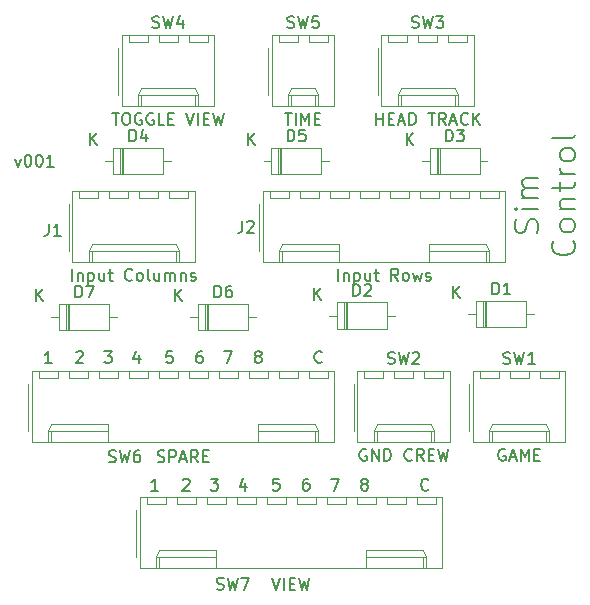
<source format=gbr>
G04 #@! TF.GenerationSoftware,KiCad,Pcbnew,(5.1.5-0-10_14)*
G04 #@! TF.CreationDate,2021-04-18T14:53:33+10:00*
G04 #@! TF.ProjectId,OH - Right Console - A - Sim Control,4f48202d-2052-4696-9768-7420436f6e73,rev?*
G04 #@! TF.SameCoordinates,Original*
G04 #@! TF.FileFunction,Legend,Top*
G04 #@! TF.FilePolarity,Positive*
%FSLAX46Y46*%
G04 Gerber Fmt 4.6, Leading zero omitted, Abs format (unit mm)*
G04 Created by KiCad (PCBNEW (5.1.5-0-10_14)) date 2021-04-18 14:53:33*
%MOMM*%
%LPD*%
G04 APERTURE LIST*
%ADD10C,0.150000*%
%ADD11C,0.120000*%
G04 APERTURE END LIST*
D10*
X154463761Y-118371952D02*
X154368523Y-118324333D01*
X154320904Y-118276714D01*
X154273285Y-118181476D01*
X154273285Y-118133857D01*
X154320904Y-118038619D01*
X154368523Y-117991000D01*
X154463761Y-117943380D01*
X154654238Y-117943380D01*
X154749476Y-117991000D01*
X154797095Y-118038619D01*
X154844714Y-118133857D01*
X154844714Y-118181476D01*
X154797095Y-118276714D01*
X154749476Y-118324333D01*
X154654238Y-118371952D01*
X154463761Y-118371952D01*
X154368523Y-118419571D01*
X154320904Y-118467190D01*
X154273285Y-118562428D01*
X154273285Y-118752904D01*
X154320904Y-118848142D01*
X154368523Y-118895761D01*
X154463761Y-118943380D01*
X154654238Y-118943380D01*
X154749476Y-118895761D01*
X154797095Y-118848142D01*
X154844714Y-118752904D01*
X154844714Y-118562428D01*
X154797095Y-118467190D01*
X154749476Y-118419571D01*
X154654238Y-118371952D01*
X141525666Y-117943380D02*
X142144714Y-117943380D01*
X141811380Y-118324333D01*
X141954238Y-118324333D01*
X142049476Y-118371952D01*
X142097095Y-118419571D01*
X142144714Y-118514809D01*
X142144714Y-118752904D01*
X142097095Y-118848142D01*
X142049476Y-118895761D01*
X141954238Y-118943380D01*
X141668523Y-118943380D01*
X141573285Y-118895761D01*
X141525666Y-118848142D01*
X147304095Y-117943380D02*
X146827904Y-117943380D01*
X146780285Y-118419571D01*
X146827904Y-118371952D01*
X146923142Y-118324333D01*
X147161238Y-118324333D01*
X147256476Y-118371952D01*
X147304095Y-118419571D01*
X147351714Y-118514809D01*
X147351714Y-118752904D01*
X147304095Y-118848142D01*
X147256476Y-118895761D01*
X147161238Y-118943380D01*
X146923142Y-118943380D01*
X146827904Y-118895761D01*
X146780285Y-118848142D01*
X149796476Y-117943380D02*
X149606000Y-117943380D01*
X149510761Y-117991000D01*
X149463142Y-118038619D01*
X149367904Y-118181476D01*
X149320285Y-118371952D01*
X149320285Y-118752904D01*
X149367904Y-118848142D01*
X149415523Y-118895761D01*
X149510761Y-118943380D01*
X149701238Y-118943380D01*
X149796476Y-118895761D01*
X149844095Y-118848142D01*
X149891714Y-118752904D01*
X149891714Y-118514809D01*
X149844095Y-118419571D01*
X149796476Y-118371952D01*
X149701238Y-118324333D01*
X149510761Y-118324333D01*
X149415523Y-118371952D01*
X149367904Y-118419571D01*
X149320285Y-118514809D01*
X144462476Y-118276714D02*
X144462476Y-118943380D01*
X144224380Y-117895761D02*
X143986285Y-118610047D01*
X144605333Y-118610047D01*
X139160285Y-118038619D02*
X139207904Y-117991000D01*
X139303142Y-117943380D01*
X139541238Y-117943380D01*
X139636476Y-117991000D01*
X139684095Y-118038619D01*
X139731714Y-118133857D01*
X139731714Y-118229095D01*
X139684095Y-118371952D01*
X139112666Y-118943380D01*
X139731714Y-118943380D01*
X159948523Y-118848142D02*
X159900904Y-118895761D01*
X159758047Y-118943380D01*
X159662809Y-118943380D01*
X159519952Y-118895761D01*
X159424714Y-118800523D01*
X159377095Y-118705285D01*
X159329476Y-118514809D01*
X159329476Y-118371952D01*
X159377095Y-118181476D01*
X159424714Y-118086238D01*
X159519952Y-117991000D01*
X159662809Y-117943380D01*
X159758047Y-117943380D01*
X159900904Y-117991000D01*
X159948523Y-118038619D01*
X137064714Y-118943380D02*
X136493285Y-118943380D01*
X136779000Y-118943380D02*
X136779000Y-117943380D01*
X136683761Y-118086238D01*
X136588523Y-118181476D01*
X136493285Y-118229095D01*
X151685666Y-117943380D02*
X152352333Y-117943380D01*
X151923761Y-118943380D01*
X168965523Y-129643142D02*
X168917904Y-129690761D01*
X168775047Y-129738380D01*
X168679809Y-129738380D01*
X168536952Y-129690761D01*
X168441714Y-129595523D01*
X168394095Y-129500285D01*
X168346476Y-129309809D01*
X168346476Y-129166952D01*
X168394095Y-128976476D01*
X168441714Y-128881238D01*
X168536952Y-128786000D01*
X168679809Y-128738380D01*
X168775047Y-128738380D01*
X168917904Y-128786000D01*
X168965523Y-128833619D01*
X163480761Y-129166952D02*
X163385523Y-129119333D01*
X163337904Y-129071714D01*
X163290285Y-128976476D01*
X163290285Y-128928857D01*
X163337904Y-128833619D01*
X163385523Y-128786000D01*
X163480761Y-128738380D01*
X163671238Y-128738380D01*
X163766476Y-128786000D01*
X163814095Y-128833619D01*
X163861714Y-128928857D01*
X163861714Y-128976476D01*
X163814095Y-129071714D01*
X163766476Y-129119333D01*
X163671238Y-129166952D01*
X163480761Y-129166952D01*
X163385523Y-129214571D01*
X163337904Y-129262190D01*
X163290285Y-129357428D01*
X163290285Y-129547904D01*
X163337904Y-129643142D01*
X163385523Y-129690761D01*
X163480761Y-129738380D01*
X163671238Y-129738380D01*
X163766476Y-129690761D01*
X163814095Y-129643142D01*
X163861714Y-129547904D01*
X163861714Y-129357428D01*
X163814095Y-129262190D01*
X163766476Y-129214571D01*
X163671238Y-129166952D01*
X160702666Y-128738380D02*
X161369333Y-128738380D01*
X160940761Y-129738380D01*
X158813476Y-128738380D02*
X158623000Y-128738380D01*
X158527761Y-128786000D01*
X158480142Y-128833619D01*
X158384904Y-128976476D01*
X158337285Y-129166952D01*
X158337285Y-129547904D01*
X158384904Y-129643142D01*
X158432523Y-129690761D01*
X158527761Y-129738380D01*
X158718238Y-129738380D01*
X158813476Y-129690761D01*
X158861095Y-129643142D01*
X158908714Y-129547904D01*
X158908714Y-129309809D01*
X158861095Y-129214571D01*
X158813476Y-129166952D01*
X158718238Y-129119333D01*
X158527761Y-129119333D01*
X158432523Y-129166952D01*
X158384904Y-129214571D01*
X158337285Y-129309809D01*
X156321095Y-128738380D02*
X155844904Y-128738380D01*
X155797285Y-129214571D01*
X155844904Y-129166952D01*
X155940142Y-129119333D01*
X156178238Y-129119333D01*
X156273476Y-129166952D01*
X156321095Y-129214571D01*
X156368714Y-129309809D01*
X156368714Y-129547904D01*
X156321095Y-129643142D01*
X156273476Y-129690761D01*
X156178238Y-129738380D01*
X155940142Y-129738380D01*
X155844904Y-129690761D01*
X155797285Y-129643142D01*
X153479476Y-129071714D02*
X153479476Y-129738380D01*
X153241380Y-128690761D02*
X153003285Y-129405047D01*
X153622333Y-129405047D01*
X150542666Y-128738380D02*
X151161714Y-128738380D01*
X150828380Y-129119333D01*
X150971238Y-129119333D01*
X151066476Y-129166952D01*
X151114095Y-129214571D01*
X151161714Y-129309809D01*
X151161714Y-129547904D01*
X151114095Y-129643142D01*
X151066476Y-129690761D01*
X150971238Y-129738380D01*
X150685523Y-129738380D01*
X150590285Y-129690761D01*
X150542666Y-129643142D01*
X148177285Y-128833619D02*
X148224904Y-128786000D01*
X148320142Y-128738380D01*
X148558238Y-128738380D01*
X148653476Y-128786000D01*
X148701095Y-128833619D01*
X148748714Y-128928857D01*
X148748714Y-129024095D01*
X148701095Y-129166952D01*
X148129666Y-129738380D01*
X148748714Y-129738380D01*
X146081714Y-129738380D02*
X145510285Y-129738380D01*
X145796000Y-129738380D02*
X145796000Y-128738380D01*
X145700761Y-128881238D01*
X145605523Y-128976476D01*
X145510285Y-129024095D01*
X133969333Y-101639714D02*
X134207428Y-102306380D01*
X134445523Y-101639714D01*
X135016952Y-101306380D02*
X135112190Y-101306380D01*
X135207428Y-101354000D01*
X135255047Y-101401619D01*
X135302666Y-101496857D01*
X135350285Y-101687333D01*
X135350285Y-101925428D01*
X135302666Y-102115904D01*
X135255047Y-102211142D01*
X135207428Y-102258761D01*
X135112190Y-102306380D01*
X135016952Y-102306380D01*
X134921714Y-102258761D01*
X134874095Y-102211142D01*
X134826476Y-102115904D01*
X134778857Y-101925428D01*
X134778857Y-101687333D01*
X134826476Y-101496857D01*
X134874095Y-101401619D01*
X134921714Y-101354000D01*
X135016952Y-101306380D01*
X135969333Y-101306380D02*
X136064571Y-101306380D01*
X136159809Y-101354000D01*
X136207428Y-101401619D01*
X136255047Y-101496857D01*
X136302666Y-101687333D01*
X136302666Y-101925428D01*
X136255047Y-102115904D01*
X136207428Y-102211142D01*
X136159809Y-102258761D01*
X136064571Y-102306380D01*
X135969333Y-102306380D01*
X135874095Y-102258761D01*
X135826476Y-102211142D01*
X135778857Y-102115904D01*
X135731238Y-101925428D01*
X135731238Y-101687333D01*
X135778857Y-101496857D01*
X135826476Y-101401619D01*
X135874095Y-101354000D01*
X135969333Y-101306380D01*
X137255047Y-102306380D02*
X136683619Y-102306380D01*
X136969333Y-102306380D02*
X136969333Y-101306380D01*
X136874095Y-101449238D01*
X136778857Y-101544476D01*
X136683619Y-101592095D01*
X178177523Y-107917857D02*
X178272761Y-107632142D01*
X178272761Y-107155952D01*
X178177523Y-106965476D01*
X178082285Y-106870238D01*
X177891809Y-106775000D01*
X177701333Y-106775000D01*
X177510857Y-106870238D01*
X177415619Y-106965476D01*
X177320380Y-107155952D01*
X177225142Y-107536904D01*
X177129904Y-107727380D01*
X177034666Y-107822619D01*
X176844190Y-107917857D01*
X176653714Y-107917857D01*
X176463238Y-107822619D01*
X176368000Y-107727380D01*
X176272761Y-107536904D01*
X176272761Y-107060714D01*
X176368000Y-106775000D01*
X178272761Y-105917857D02*
X176939428Y-105917857D01*
X176272761Y-105917857D02*
X176368000Y-106013095D01*
X176463238Y-105917857D01*
X176368000Y-105822619D01*
X176272761Y-105917857D01*
X176463238Y-105917857D01*
X178272761Y-104965476D02*
X176939428Y-104965476D01*
X177129904Y-104965476D02*
X177034666Y-104870238D01*
X176939428Y-104679761D01*
X176939428Y-104394047D01*
X177034666Y-104203571D01*
X177225142Y-104108333D01*
X178272761Y-104108333D01*
X177225142Y-104108333D02*
X177034666Y-104013095D01*
X176939428Y-103822619D01*
X176939428Y-103536904D01*
X177034666Y-103346428D01*
X177225142Y-103251190D01*
X178272761Y-103251190D01*
X181232285Y-108584523D02*
X181327523Y-108679761D01*
X181422761Y-108965476D01*
X181422761Y-109155952D01*
X181327523Y-109441666D01*
X181137047Y-109632142D01*
X180946571Y-109727380D01*
X180565619Y-109822619D01*
X180279904Y-109822619D01*
X179898952Y-109727380D01*
X179708476Y-109632142D01*
X179518000Y-109441666D01*
X179422761Y-109155952D01*
X179422761Y-108965476D01*
X179518000Y-108679761D01*
X179613238Y-108584523D01*
X181422761Y-107441666D02*
X181327523Y-107632142D01*
X181232285Y-107727380D01*
X181041809Y-107822619D01*
X180470380Y-107822619D01*
X180279904Y-107727380D01*
X180184666Y-107632142D01*
X180089428Y-107441666D01*
X180089428Y-107155952D01*
X180184666Y-106965476D01*
X180279904Y-106870238D01*
X180470380Y-106775000D01*
X181041809Y-106775000D01*
X181232285Y-106870238D01*
X181327523Y-106965476D01*
X181422761Y-107155952D01*
X181422761Y-107441666D01*
X180089428Y-105917857D02*
X181422761Y-105917857D01*
X180279904Y-105917857D02*
X180184666Y-105822619D01*
X180089428Y-105632142D01*
X180089428Y-105346428D01*
X180184666Y-105155952D01*
X180375142Y-105060714D01*
X181422761Y-105060714D01*
X180089428Y-104394047D02*
X180089428Y-103632142D01*
X179422761Y-104108333D02*
X181137047Y-104108333D01*
X181327523Y-104013095D01*
X181422761Y-103822619D01*
X181422761Y-103632142D01*
X181422761Y-102965476D02*
X180089428Y-102965476D01*
X180470380Y-102965476D02*
X180279904Y-102870238D01*
X180184666Y-102775000D01*
X180089428Y-102584523D01*
X180089428Y-102394047D01*
X181422761Y-101441666D02*
X181327523Y-101632142D01*
X181232285Y-101727380D01*
X181041809Y-101822619D01*
X180470380Y-101822619D01*
X180279904Y-101727380D01*
X180184666Y-101632142D01*
X180089428Y-101441666D01*
X180089428Y-101155952D01*
X180184666Y-100965476D01*
X180279904Y-100870238D01*
X180470380Y-100775000D01*
X181041809Y-100775000D01*
X181232285Y-100870238D01*
X181327523Y-100965476D01*
X181422761Y-101155952D01*
X181422761Y-101441666D01*
X181422761Y-99632142D02*
X181327523Y-99822619D01*
X181137047Y-99917857D01*
X179422761Y-99917857D01*
D11*
X169583000Y-130920000D02*
X169583000Y-130320000D01*
X167983000Y-130920000D02*
X169583000Y-130920000D01*
X167983000Y-130320000D02*
X167983000Y-130920000D01*
X167043000Y-130920000D02*
X167043000Y-130320000D01*
X165443000Y-130920000D02*
X167043000Y-130920000D01*
X165443000Y-130320000D02*
X165443000Y-130920000D01*
X164503000Y-130920000D02*
X164503000Y-130320000D01*
X162903000Y-130920000D02*
X164503000Y-130920000D01*
X162903000Y-130320000D02*
X162903000Y-130920000D01*
X161963000Y-130920000D02*
X161963000Y-130320000D01*
X160363000Y-130920000D02*
X161963000Y-130920000D01*
X160363000Y-130320000D02*
X160363000Y-130920000D01*
X159423000Y-130920000D02*
X159423000Y-130320000D01*
X157823000Y-130920000D02*
X159423000Y-130920000D01*
X157823000Y-130320000D02*
X157823000Y-130920000D01*
X156883000Y-130920000D02*
X156883000Y-130320000D01*
X155283000Y-130920000D02*
X156883000Y-130920000D01*
X155283000Y-130320000D02*
X155283000Y-130920000D01*
X154343000Y-130920000D02*
X154343000Y-130320000D01*
X152743000Y-130920000D02*
X154343000Y-130920000D01*
X152743000Y-130320000D02*
X152743000Y-130920000D01*
X151803000Y-130920000D02*
X151803000Y-130320000D01*
X150203000Y-130920000D02*
X151803000Y-130920000D01*
X150203000Y-130320000D02*
X150203000Y-130920000D01*
X149263000Y-130920000D02*
X149263000Y-130320000D01*
X147663000Y-130920000D02*
X149263000Y-130920000D01*
X147663000Y-130320000D02*
X147663000Y-130920000D01*
X146723000Y-130920000D02*
X146723000Y-130320000D01*
X145123000Y-130920000D02*
X146723000Y-130920000D01*
X145123000Y-130320000D02*
X145123000Y-130920000D01*
X168533000Y-136340000D02*
X168533000Y-135340000D01*
X163703000Y-134810000D02*
X163703000Y-135340000D01*
X168533000Y-134810000D02*
X163703000Y-134810000D01*
X168783000Y-135340000D02*
X168533000Y-134810000D01*
X163703000Y-135340000D02*
X163703000Y-136340000D01*
X168783000Y-135340000D02*
X163703000Y-135340000D01*
X168783000Y-136340000D02*
X168783000Y-135340000D01*
X146173000Y-136340000D02*
X146173000Y-135340000D01*
X151003000Y-134810000D02*
X151003000Y-135340000D01*
X146173000Y-134810000D02*
X151003000Y-134810000D01*
X145923000Y-135340000D02*
X146173000Y-134810000D01*
X151003000Y-135340000D02*
X151003000Y-136340000D01*
X145923000Y-135340000D02*
X151003000Y-135340000D01*
X145923000Y-136340000D02*
X145923000Y-135340000D01*
X144253000Y-131350000D02*
X144253000Y-135350000D01*
X170163000Y-130320000D02*
X144543000Y-130320000D01*
X170163000Y-136340000D02*
X170163000Y-130320000D01*
X144543000Y-136340000D02*
X170163000Y-136340000D01*
X144543000Y-130320000D02*
X144543000Y-136340000D01*
X160439000Y-120252000D02*
X160439000Y-119652000D01*
X158839000Y-120252000D02*
X160439000Y-120252000D01*
X158839000Y-119652000D02*
X158839000Y-120252000D01*
X157899000Y-120252000D02*
X157899000Y-119652000D01*
X156299000Y-120252000D02*
X157899000Y-120252000D01*
X156299000Y-119652000D02*
X156299000Y-120252000D01*
X155359000Y-120252000D02*
X155359000Y-119652000D01*
X153759000Y-120252000D02*
X155359000Y-120252000D01*
X153759000Y-119652000D02*
X153759000Y-120252000D01*
X152819000Y-120252000D02*
X152819000Y-119652000D01*
X151219000Y-120252000D02*
X152819000Y-120252000D01*
X151219000Y-119652000D02*
X151219000Y-120252000D01*
X150279000Y-120252000D02*
X150279000Y-119652000D01*
X148679000Y-120252000D02*
X150279000Y-120252000D01*
X148679000Y-119652000D02*
X148679000Y-120252000D01*
X147739000Y-120252000D02*
X147739000Y-119652000D01*
X146139000Y-120252000D02*
X147739000Y-120252000D01*
X146139000Y-119652000D02*
X146139000Y-120252000D01*
X145199000Y-120252000D02*
X145199000Y-119652000D01*
X143599000Y-120252000D02*
X145199000Y-120252000D01*
X143599000Y-119652000D02*
X143599000Y-120252000D01*
X142659000Y-120252000D02*
X142659000Y-119652000D01*
X141059000Y-120252000D02*
X142659000Y-120252000D01*
X141059000Y-119652000D02*
X141059000Y-120252000D01*
X140119000Y-120252000D02*
X140119000Y-119652000D01*
X138519000Y-120252000D02*
X140119000Y-120252000D01*
X138519000Y-119652000D02*
X138519000Y-120252000D01*
X137579000Y-120252000D02*
X137579000Y-119652000D01*
X135979000Y-120252000D02*
X137579000Y-120252000D01*
X135979000Y-119652000D02*
X135979000Y-120252000D01*
X159389000Y-125672000D02*
X159389000Y-124672000D01*
X154559000Y-124142000D02*
X154559000Y-124672000D01*
X159389000Y-124142000D02*
X154559000Y-124142000D01*
X159639000Y-124672000D02*
X159389000Y-124142000D01*
X154559000Y-124672000D02*
X154559000Y-125672000D01*
X159639000Y-124672000D02*
X154559000Y-124672000D01*
X159639000Y-125672000D02*
X159639000Y-124672000D01*
X137029000Y-125672000D02*
X137029000Y-124672000D01*
X141859000Y-124142000D02*
X141859000Y-124672000D01*
X137029000Y-124142000D02*
X141859000Y-124142000D01*
X136779000Y-124672000D02*
X137029000Y-124142000D01*
X141859000Y-124672000D02*
X141859000Y-125672000D01*
X136779000Y-124672000D02*
X141859000Y-124672000D01*
X136779000Y-125672000D02*
X136779000Y-124672000D01*
X135109000Y-120682000D02*
X135109000Y-124682000D01*
X161019000Y-119652000D02*
X135399000Y-119652000D01*
X161019000Y-125672000D02*
X161019000Y-119652000D01*
X135399000Y-125672000D02*
X161019000Y-125672000D01*
X135399000Y-119652000D02*
X135399000Y-125672000D01*
X160439000Y-91804000D02*
X160439000Y-91204000D01*
X158839000Y-91804000D02*
X160439000Y-91804000D01*
X158839000Y-91204000D02*
X158839000Y-91804000D01*
X157899000Y-91804000D02*
X157899000Y-91204000D01*
X156299000Y-91804000D02*
X157899000Y-91804000D01*
X156299000Y-91204000D02*
X156299000Y-91804000D01*
X159389000Y-97224000D02*
X159389000Y-96224000D01*
X157349000Y-97224000D02*
X157349000Y-96224000D01*
X159389000Y-95694000D02*
X159639000Y-96224000D01*
X157349000Y-95694000D02*
X159389000Y-95694000D01*
X157099000Y-96224000D02*
X157349000Y-95694000D01*
X159639000Y-96224000D02*
X159639000Y-97224000D01*
X157099000Y-96224000D02*
X159639000Y-96224000D01*
X157099000Y-97224000D02*
X157099000Y-96224000D01*
X155429000Y-92234000D02*
X155429000Y-96234000D01*
X161019000Y-91204000D02*
X155719000Y-91204000D01*
X161019000Y-97224000D02*
X161019000Y-91204000D01*
X155719000Y-97224000D02*
X161019000Y-97224000D01*
X155719000Y-91204000D02*
X155719000Y-97224000D01*
X150279000Y-91804000D02*
X150279000Y-91204000D01*
X148679000Y-91804000D02*
X150279000Y-91804000D01*
X148679000Y-91204000D02*
X148679000Y-91804000D01*
X147739000Y-91804000D02*
X147739000Y-91204000D01*
X146139000Y-91804000D02*
X147739000Y-91804000D01*
X146139000Y-91204000D02*
X146139000Y-91804000D01*
X145199000Y-91804000D02*
X145199000Y-91204000D01*
X143599000Y-91804000D02*
X145199000Y-91804000D01*
X143599000Y-91204000D02*
X143599000Y-91804000D01*
X149229000Y-97224000D02*
X149229000Y-96224000D01*
X144649000Y-97224000D02*
X144649000Y-96224000D01*
X149229000Y-95694000D02*
X149479000Y-96224000D01*
X144649000Y-95694000D02*
X149229000Y-95694000D01*
X144399000Y-96224000D02*
X144649000Y-95694000D01*
X149479000Y-96224000D02*
X149479000Y-97224000D01*
X144399000Y-96224000D02*
X149479000Y-96224000D01*
X144399000Y-97224000D02*
X144399000Y-96224000D01*
X142729000Y-92234000D02*
X142729000Y-96234000D01*
X150859000Y-91204000D02*
X143019000Y-91204000D01*
X150859000Y-97224000D02*
X150859000Y-91204000D01*
X143019000Y-97224000D02*
X150859000Y-97224000D01*
X143019000Y-91204000D02*
X143019000Y-97224000D01*
X172250000Y-91804000D02*
X172250000Y-91204000D01*
X170650000Y-91804000D02*
X172250000Y-91804000D01*
X170650000Y-91204000D02*
X170650000Y-91804000D01*
X169710000Y-91804000D02*
X169710000Y-91204000D01*
X168110000Y-91804000D02*
X169710000Y-91804000D01*
X168110000Y-91204000D02*
X168110000Y-91804000D01*
X167170000Y-91804000D02*
X167170000Y-91204000D01*
X165570000Y-91804000D02*
X167170000Y-91804000D01*
X165570000Y-91204000D02*
X165570000Y-91804000D01*
X171200000Y-97224000D02*
X171200000Y-96224000D01*
X166620000Y-97224000D02*
X166620000Y-96224000D01*
X171200000Y-95694000D02*
X171450000Y-96224000D01*
X166620000Y-95694000D02*
X171200000Y-95694000D01*
X166370000Y-96224000D02*
X166620000Y-95694000D01*
X171450000Y-96224000D02*
X171450000Y-97224000D01*
X166370000Y-96224000D02*
X171450000Y-96224000D01*
X166370000Y-97224000D02*
X166370000Y-96224000D01*
X164700000Y-92234000D02*
X164700000Y-96234000D01*
X172830000Y-91204000D02*
X164990000Y-91204000D01*
X172830000Y-97224000D02*
X172830000Y-91204000D01*
X164990000Y-97224000D02*
X172830000Y-97224000D01*
X164990000Y-91204000D02*
X164990000Y-97224000D01*
X170218000Y-120252000D02*
X170218000Y-119652000D01*
X168618000Y-120252000D02*
X170218000Y-120252000D01*
X168618000Y-119652000D02*
X168618000Y-120252000D01*
X167678000Y-120252000D02*
X167678000Y-119652000D01*
X166078000Y-120252000D02*
X167678000Y-120252000D01*
X166078000Y-119652000D02*
X166078000Y-120252000D01*
X165138000Y-120252000D02*
X165138000Y-119652000D01*
X163538000Y-120252000D02*
X165138000Y-120252000D01*
X163538000Y-119652000D02*
X163538000Y-120252000D01*
X169168000Y-125672000D02*
X169168000Y-124672000D01*
X164588000Y-125672000D02*
X164588000Y-124672000D01*
X169168000Y-124142000D02*
X169418000Y-124672000D01*
X164588000Y-124142000D02*
X169168000Y-124142000D01*
X164338000Y-124672000D02*
X164588000Y-124142000D01*
X169418000Y-124672000D02*
X169418000Y-125672000D01*
X164338000Y-124672000D02*
X169418000Y-124672000D01*
X164338000Y-125672000D02*
X164338000Y-124672000D01*
X162668000Y-120682000D02*
X162668000Y-124682000D01*
X170798000Y-119652000D02*
X162958000Y-119652000D01*
X170798000Y-125672000D02*
X170798000Y-119652000D01*
X162958000Y-125672000D02*
X170798000Y-125672000D01*
X162958000Y-119652000D02*
X162958000Y-125672000D01*
X179997000Y-120252000D02*
X179997000Y-119652000D01*
X178397000Y-120252000D02*
X179997000Y-120252000D01*
X178397000Y-119652000D02*
X178397000Y-120252000D01*
X177457000Y-120252000D02*
X177457000Y-119652000D01*
X175857000Y-120252000D02*
X177457000Y-120252000D01*
X175857000Y-119652000D02*
X175857000Y-120252000D01*
X174917000Y-120252000D02*
X174917000Y-119652000D01*
X173317000Y-120252000D02*
X174917000Y-120252000D01*
X173317000Y-119652000D02*
X173317000Y-120252000D01*
X178947000Y-125672000D02*
X178947000Y-124672000D01*
X174367000Y-125672000D02*
X174367000Y-124672000D01*
X178947000Y-124142000D02*
X179197000Y-124672000D01*
X174367000Y-124142000D02*
X178947000Y-124142000D01*
X174117000Y-124672000D02*
X174367000Y-124142000D01*
X179197000Y-124672000D02*
X179197000Y-125672000D01*
X174117000Y-124672000D02*
X179197000Y-124672000D01*
X174117000Y-125672000D02*
X174117000Y-124672000D01*
X172447000Y-120682000D02*
X172447000Y-124682000D01*
X180577000Y-119652000D02*
X172737000Y-119652000D01*
X180577000Y-125672000D02*
X180577000Y-119652000D01*
X172737000Y-125672000D02*
X180577000Y-125672000D01*
X172737000Y-119652000D02*
X172737000Y-125672000D01*
X174917000Y-105012000D02*
X174917000Y-104412000D01*
X173317000Y-105012000D02*
X174917000Y-105012000D01*
X173317000Y-104412000D02*
X173317000Y-105012000D01*
X172377000Y-105012000D02*
X172377000Y-104412000D01*
X170777000Y-105012000D02*
X172377000Y-105012000D01*
X170777000Y-104412000D02*
X170777000Y-105012000D01*
X169837000Y-105012000D02*
X169837000Y-104412000D01*
X168237000Y-105012000D02*
X169837000Y-105012000D01*
X168237000Y-104412000D02*
X168237000Y-105012000D01*
X167297000Y-105012000D02*
X167297000Y-104412000D01*
X165697000Y-105012000D02*
X167297000Y-105012000D01*
X165697000Y-104412000D02*
X165697000Y-105012000D01*
X164757000Y-105012000D02*
X164757000Y-104412000D01*
X163157000Y-105012000D02*
X164757000Y-105012000D01*
X163157000Y-104412000D02*
X163157000Y-105012000D01*
X162217000Y-105012000D02*
X162217000Y-104412000D01*
X160617000Y-105012000D02*
X162217000Y-105012000D01*
X160617000Y-104412000D02*
X160617000Y-105012000D01*
X159677000Y-105012000D02*
X159677000Y-104412000D01*
X158077000Y-105012000D02*
X159677000Y-105012000D01*
X158077000Y-104412000D02*
X158077000Y-105012000D01*
X157137000Y-105012000D02*
X157137000Y-104412000D01*
X155537000Y-105012000D02*
X157137000Y-105012000D01*
X155537000Y-104412000D02*
X155537000Y-105012000D01*
X173867000Y-110432000D02*
X173867000Y-109432000D01*
X169037000Y-108902000D02*
X169037000Y-109432000D01*
X173867000Y-108902000D02*
X169037000Y-108902000D01*
X174117000Y-109432000D02*
X173867000Y-108902000D01*
X169037000Y-109432000D02*
X169037000Y-110432000D01*
X174117000Y-109432000D02*
X169037000Y-109432000D01*
X174117000Y-110432000D02*
X174117000Y-109432000D01*
X156587000Y-110432000D02*
X156587000Y-109432000D01*
X161417000Y-108902000D02*
X161417000Y-109432000D01*
X156587000Y-108902000D02*
X161417000Y-108902000D01*
X156337000Y-109432000D02*
X156587000Y-108902000D01*
X161417000Y-109432000D02*
X161417000Y-110432000D01*
X156337000Y-109432000D02*
X161417000Y-109432000D01*
X156337000Y-110432000D02*
X156337000Y-109432000D01*
X154667000Y-105442000D02*
X154667000Y-109442000D01*
X175497000Y-104412000D02*
X154957000Y-104412000D01*
X175497000Y-110432000D02*
X175497000Y-104412000D01*
X154957000Y-110432000D02*
X175497000Y-110432000D01*
X154957000Y-104412000D02*
X154957000Y-110432000D01*
X148628000Y-105012000D02*
X148628000Y-104412000D01*
X147028000Y-105012000D02*
X148628000Y-105012000D01*
X147028000Y-104412000D02*
X147028000Y-105012000D01*
X146088000Y-105012000D02*
X146088000Y-104412000D01*
X144488000Y-105012000D02*
X146088000Y-105012000D01*
X144488000Y-104412000D02*
X144488000Y-105012000D01*
X143548000Y-105012000D02*
X143548000Y-104412000D01*
X141948000Y-105012000D02*
X143548000Y-105012000D01*
X141948000Y-104412000D02*
X141948000Y-105012000D01*
X141008000Y-105012000D02*
X141008000Y-104412000D01*
X139408000Y-105012000D02*
X141008000Y-105012000D01*
X139408000Y-104412000D02*
X139408000Y-105012000D01*
X147578000Y-110432000D02*
X147578000Y-109432000D01*
X140458000Y-110432000D02*
X140458000Y-109432000D01*
X147578000Y-108902000D02*
X147828000Y-109432000D01*
X140458000Y-108902000D02*
X147578000Y-108902000D01*
X140208000Y-109432000D02*
X140458000Y-108902000D01*
X147828000Y-109432000D02*
X147828000Y-110432000D01*
X140208000Y-109432000D02*
X147828000Y-109432000D01*
X140208000Y-110432000D02*
X140208000Y-109432000D01*
X138538000Y-105442000D02*
X138538000Y-109442000D01*
X149208000Y-104412000D02*
X138828000Y-104412000D01*
X149208000Y-110432000D02*
X149208000Y-104412000D01*
X138828000Y-110432000D02*
X149208000Y-110432000D01*
X138828000Y-104412000D02*
X138828000Y-110432000D01*
X138307000Y-113942000D02*
X138307000Y-116182000D01*
X138547000Y-113942000D02*
X138547000Y-116182000D01*
X138427000Y-113942000D02*
X138427000Y-116182000D01*
X142597000Y-115062000D02*
X141947000Y-115062000D01*
X137057000Y-115062000D02*
X137707000Y-115062000D01*
X141947000Y-113942000D02*
X137707000Y-113942000D01*
X141947000Y-116182000D02*
X141947000Y-113942000D01*
X137707000Y-116182000D02*
X141947000Y-116182000D01*
X137707000Y-113942000D02*
X137707000Y-116182000D01*
X150076000Y-113942000D02*
X150076000Y-116182000D01*
X150316000Y-113942000D02*
X150316000Y-116182000D01*
X150196000Y-113942000D02*
X150196000Y-116182000D01*
X154366000Y-115062000D02*
X153716000Y-115062000D01*
X148826000Y-115062000D02*
X149476000Y-115062000D01*
X153716000Y-113942000D02*
X149476000Y-113942000D01*
X153716000Y-116182000D02*
X153716000Y-113942000D01*
X149476000Y-116182000D02*
X153716000Y-116182000D01*
X149476000Y-113942000D02*
X149476000Y-116182000D01*
X156278000Y-100734000D02*
X156278000Y-102974000D01*
X156518000Y-100734000D02*
X156518000Y-102974000D01*
X156398000Y-100734000D02*
X156398000Y-102974000D01*
X160568000Y-101854000D02*
X159918000Y-101854000D01*
X155028000Y-101854000D02*
X155678000Y-101854000D01*
X159918000Y-100734000D02*
X155678000Y-100734000D01*
X159918000Y-102974000D02*
X159918000Y-100734000D01*
X155678000Y-102974000D02*
X159918000Y-102974000D01*
X155678000Y-100734000D02*
X155678000Y-102974000D01*
X142879000Y-100734000D02*
X142879000Y-102974000D01*
X143119000Y-100734000D02*
X143119000Y-102974000D01*
X142999000Y-100734000D02*
X142999000Y-102974000D01*
X147169000Y-101854000D02*
X146519000Y-101854000D01*
X141629000Y-101854000D02*
X142279000Y-101854000D01*
X146519000Y-100734000D02*
X142279000Y-100734000D01*
X146519000Y-102974000D02*
X146519000Y-100734000D01*
X142279000Y-102974000D02*
X146519000Y-102974000D01*
X142279000Y-100734000D02*
X142279000Y-102974000D01*
X169676000Y-100734000D02*
X169676000Y-102974000D01*
X169916000Y-100734000D02*
X169916000Y-102974000D01*
X169796000Y-100734000D02*
X169796000Y-102974000D01*
X173966000Y-101854000D02*
X173316000Y-101854000D01*
X168426000Y-101854000D02*
X169076000Y-101854000D01*
X173316000Y-100734000D02*
X169076000Y-100734000D01*
X173316000Y-102974000D02*
X173316000Y-100734000D01*
X169076000Y-102974000D02*
X173316000Y-102974000D01*
X169076000Y-100734000D02*
X169076000Y-102974000D01*
X161844000Y-113815000D02*
X161844000Y-116055000D01*
X162084000Y-113815000D02*
X162084000Y-116055000D01*
X161964000Y-113815000D02*
X161964000Y-116055000D01*
X166134000Y-114935000D02*
X165484000Y-114935000D01*
X160594000Y-114935000D02*
X161244000Y-114935000D01*
X165484000Y-113815000D02*
X161244000Y-113815000D01*
X165484000Y-116055000D02*
X165484000Y-113815000D01*
X161244000Y-116055000D02*
X165484000Y-116055000D01*
X161244000Y-113815000D02*
X161244000Y-116055000D01*
X173613000Y-113688000D02*
X173613000Y-115928000D01*
X173853000Y-113688000D02*
X173853000Y-115928000D01*
X173733000Y-113688000D02*
X173733000Y-115928000D01*
X177903000Y-114808000D02*
X177253000Y-114808000D01*
X172363000Y-114808000D02*
X173013000Y-114808000D01*
X177253000Y-113688000D02*
X173013000Y-113688000D01*
X177253000Y-115928000D02*
X177253000Y-113688000D01*
X173013000Y-115928000D02*
X177253000Y-115928000D01*
X173013000Y-113688000D02*
X173013000Y-115928000D01*
D10*
X151066666Y-138088761D02*
X151209523Y-138136380D01*
X151447619Y-138136380D01*
X151542857Y-138088761D01*
X151590476Y-138041142D01*
X151638095Y-137945904D01*
X151638095Y-137850666D01*
X151590476Y-137755428D01*
X151542857Y-137707809D01*
X151447619Y-137660190D01*
X151257142Y-137612571D01*
X151161904Y-137564952D01*
X151114285Y-137517333D01*
X151066666Y-137422095D01*
X151066666Y-137326857D01*
X151114285Y-137231619D01*
X151161904Y-137184000D01*
X151257142Y-137136380D01*
X151495238Y-137136380D01*
X151638095Y-137184000D01*
X151971428Y-137136380D02*
X152209523Y-138136380D01*
X152400000Y-137422095D01*
X152590476Y-138136380D01*
X152828571Y-137136380D01*
X153114285Y-137136380D02*
X153780952Y-137136380D01*
X153352380Y-138136380D01*
X155757761Y-137136380D02*
X156091095Y-138136380D01*
X156424428Y-137136380D01*
X156757761Y-138136380D02*
X156757761Y-137136380D01*
X157233952Y-137612571D02*
X157567285Y-137612571D01*
X157710142Y-138136380D02*
X157233952Y-138136380D01*
X157233952Y-137136380D01*
X157710142Y-137136380D01*
X158043476Y-137136380D02*
X158281571Y-138136380D01*
X158472047Y-137422095D01*
X158662523Y-138136380D01*
X158900619Y-137136380D01*
X141922666Y-127293761D02*
X142065523Y-127341380D01*
X142303619Y-127341380D01*
X142398857Y-127293761D01*
X142446476Y-127246142D01*
X142494095Y-127150904D01*
X142494095Y-127055666D01*
X142446476Y-126960428D01*
X142398857Y-126912809D01*
X142303619Y-126865190D01*
X142113142Y-126817571D01*
X142017904Y-126769952D01*
X141970285Y-126722333D01*
X141922666Y-126627095D01*
X141922666Y-126531857D01*
X141970285Y-126436619D01*
X142017904Y-126389000D01*
X142113142Y-126341380D01*
X142351238Y-126341380D01*
X142494095Y-126389000D01*
X142827428Y-126341380D02*
X143065523Y-127341380D01*
X143256000Y-126627095D01*
X143446476Y-127341380D01*
X143684571Y-126341380D01*
X144494095Y-126341380D02*
X144303619Y-126341380D01*
X144208380Y-126389000D01*
X144160761Y-126436619D01*
X144065523Y-126579476D01*
X144017904Y-126769952D01*
X144017904Y-127150904D01*
X144065523Y-127246142D01*
X144113142Y-127293761D01*
X144208380Y-127341380D01*
X144398857Y-127341380D01*
X144494095Y-127293761D01*
X144541714Y-127246142D01*
X144589333Y-127150904D01*
X144589333Y-126912809D01*
X144541714Y-126817571D01*
X144494095Y-126769952D01*
X144398857Y-126722333D01*
X144208380Y-126722333D01*
X144113142Y-126769952D01*
X144065523Y-126817571D01*
X144017904Y-126912809D01*
X146042333Y-127293761D02*
X146185190Y-127341380D01*
X146423285Y-127341380D01*
X146518523Y-127293761D01*
X146566142Y-127246142D01*
X146613761Y-127150904D01*
X146613761Y-127055666D01*
X146566142Y-126960428D01*
X146518523Y-126912809D01*
X146423285Y-126865190D01*
X146232809Y-126817571D01*
X146137571Y-126769952D01*
X146089952Y-126722333D01*
X146042333Y-126627095D01*
X146042333Y-126531857D01*
X146089952Y-126436619D01*
X146137571Y-126389000D01*
X146232809Y-126341380D01*
X146470904Y-126341380D01*
X146613761Y-126389000D01*
X147042333Y-127341380D02*
X147042333Y-126341380D01*
X147423285Y-126341380D01*
X147518523Y-126389000D01*
X147566142Y-126436619D01*
X147613761Y-126531857D01*
X147613761Y-126674714D01*
X147566142Y-126769952D01*
X147518523Y-126817571D01*
X147423285Y-126865190D01*
X147042333Y-126865190D01*
X147994714Y-127055666D02*
X148470904Y-127055666D01*
X147899476Y-127341380D02*
X148232809Y-126341380D01*
X148566142Y-127341380D01*
X149470904Y-127341380D02*
X149137571Y-126865190D01*
X148899476Y-127341380D02*
X148899476Y-126341380D01*
X149280428Y-126341380D01*
X149375666Y-126389000D01*
X149423285Y-126436619D01*
X149470904Y-126531857D01*
X149470904Y-126674714D01*
X149423285Y-126769952D01*
X149375666Y-126817571D01*
X149280428Y-126865190D01*
X148899476Y-126865190D01*
X149899476Y-126817571D02*
X150232809Y-126817571D01*
X150375666Y-127341380D02*
X149899476Y-127341380D01*
X149899476Y-126341380D01*
X150375666Y-126341380D01*
X157035666Y-90518761D02*
X157178523Y-90566380D01*
X157416619Y-90566380D01*
X157511857Y-90518761D01*
X157559476Y-90471142D01*
X157607095Y-90375904D01*
X157607095Y-90280666D01*
X157559476Y-90185428D01*
X157511857Y-90137809D01*
X157416619Y-90090190D01*
X157226142Y-90042571D01*
X157130904Y-89994952D01*
X157083285Y-89947333D01*
X157035666Y-89852095D01*
X157035666Y-89756857D01*
X157083285Y-89661619D01*
X157130904Y-89614000D01*
X157226142Y-89566380D01*
X157464238Y-89566380D01*
X157607095Y-89614000D01*
X157940428Y-89566380D02*
X158178523Y-90566380D01*
X158369000Y-89852095D01*
X158559476Y-90566380D01*
X158797571Y-89566380D01*
X159654714Y-89566380D02*
X159178523Y-89566380D01*
X159130904Y-90042571D01*
X159178523Y-89994952D01*
X159273761Y-89947333D01*
X159511857Y-89947333D01*
X159607095Y-89994952D01*
X159654714Y-90042571D01*
X159702333Y-90137809D01*
X159702333Y-90375904D01*
X159654714Y-90471142D01*
X159607095Y-90518761D01*
X159511857Y-90566380D01*
X159273761Y-90566380D01*
X159178523Y-90518761D01*
X159130904Y-90471142D01*
X156821380Y-97766380D02*
X157392809Y-97766380D01*
X157107095Y-98766380D02*
X157107095Y-97766380D01*
X157726142Y-98766380D02*
X157726142Y-97766380D01*
X158202333Y-98766380D02*
X158202333Y-97766380D01*
X158535666Y-98480666D01*
X158869000Y-97766380D01*
X158869000Y-98766380D01*
X159345190Y-98242571D02*
X159678523Y-98242571D01*
X159821380Y-98766380D02*
X159345190Y-98766380D01*
X159345190Y-97766380D01*
X159821380Y-97766380D01*
X145605666Y-90518761D02*
X145748523Y-90566380D01*
X145986619Y-90566380D01*
X146081857Y-90518761D01*
X146129476Y-90471142D01*
X146177095Y-90375904D01*
X146177095Y-90280666D01*
X146129476Y-90185428D01*
X146081857Y-90137809D01*
X145986619Y-90090190D01*
X145796142Y-90042571D01*
X145700904Y-89994952D01*
X145653285Y-89947333D01*
X145605666Y-89852095D01*
X145605666Y-89756857D01*
X145653285Y-89661619D01*
X145700904Y-89614000D01*
X145796142Y-89566380D01*
X146034238Y-89566380D01*
X146177095Y-89614000D01*
X146510428Y-89566380D02*
X146748523Y-90566380D01*
X146939000Y-89852095D01*
X147129476Y-90566380D01*
X147367571Y-89566380D01*
X148177095Y-89899714D02*
X148177095Y-90566380D01*
X147939000Y-89518761D02*
X147700904Y-90233047D01*
X148319952Y-90233047D01*
X142200904Y-97766380D02*
X142772333Y-97766380D01*
X142486619Y-98766380D02*
X142486619Y-97766380D01*
X143296142Y-97766380D02*
X143486619Y-97766380D01*
X143581857Y-97814000D01*
X143677095Y-97909238D01*
X143724714Y-98099714D01*
X143724714Y-98433047D01*
X143677095Y-98623523D01*
X143581857Y-98718761D01*
X143486619Y-98766380D01*
X143296142Y-98766380D01*
X143200904Y-98718761D01*
X143105666Y-98623523D01*
X143058047Y-98433047D01*
X143058047Y-98099714D01*
X143105666Y-97909238D01*
X143200904Y-97814000D01*
X143296142Y-97766380D01*
X144677095Y-97814000D02*
X144581857Y-97766380D01*
X144439000Y-97766380D01*
X144296142Y-97814000D01*
X144200904Y-97909238D01*
X144153285Y-98004476D01*
X144105666Y-98194952D01*
X144105666Y-98337809D01*
X144153285Y-98528285D01*
X144200904Y-98623523D01*
X144296142Y-98718761D01*
X144439000Y-98766380D01*
X144534238Y-98766380D01*
X144677095Y-98718761D01*
X144724714Y-98671142D01*
X144724714Y-98337809D01*
X144534238Y-98337809D01*
X145677095Y-97814000D02*
X145581857Y-97766380D01*
X145439000Y-97766380D01*
X145296142Y-97814000D01*
X145200904Y-97909238D01*
X145153285Y-98004476D01*
X145105666Y-98194952D01*
X145105666Y-98337809D01*
X145153285Y-98528285D01*
X145200904Y-98623523D01*
X145296142Y-98718761D01*
X145439000Y-98766380D01*
X145534238Y-98766380D01*
X145677095Y-98718761D01*
X145724714Y-98671142D01*
X145724714Y-98337809D01*
X145534238Y-98337809D01*
X146629476Y-98766380D02*
X146153285Y-98766380D01*
X146153285Y-97766380D01*
X146962809Y-98242571D02*
X147296142Y-98242571D01*
X147439000Y-98766380D02*
X146962809Y-98766380D01*
X146962809Y-97766380D01*
X147439000Y-97766380D01*
X148486619Y-97766380D02*
X148819952Y-98766380D01*
X149153285Y-97766380D01*
X149486619Y-98766380D02*
X149486619Y-97766380D01*
X149962809Y-98242571D02*
X150296142Y-98242571D01*
X150439000Y-98766380D02*
X149962809Y-98766380D01*
X149962809Y-97766380D01*
X150439000Y-97766380D01*
X150772333Y-97766380D02*
X151010428Y-98766380D01*
X151200904Y-98052095D01*
X151391380Y-98766380D01*
X151629476Y-97766380D01*
X167576666Y-90518761D02*
X167719523Y-90566380D01*
X167957619Y-90566380D01*
X168052857Y-90518761D01*
X168100476Y-90471142D01*
X168148095Y-90375904D01*
X168148095Y-90280666D01*
X168100476Y-90185428D01*
X168052857Y-90137809D01*
X167957619Y-90090190D01*
X167767142Y-90042571D01*
X167671904Y-89994952D01*
X167624285Y-89947333D01*
X167576666Y-89852095D01*
X167576666Y-89756857D01*
X167624285Y-89661619D01*
X167671904Y-89614000D01*
X167767142Y-89566380D01*
X168005238Y-89566380D01*
X168148095Y-89614000D01*
X168481428Y-89566380D02*
X168719523Y-90566380D01*
X168910000Y-89852095D01*
X169100476Y-90566380D01*
X169338571Y-89566380D01*
X169624285Y-89566380D02*
X170243333Y-89566380D01*
X169910000Y-89947333D01*
X170052857Y-89947333D01*
X170148095Y-89994952D01*
X170195714Y-90042571D01*
X170243333Y-90137809D01*
X170243333Y-90375904D01*
X170195714Y-90471142D01*
X170148095Y-90518761D01*
X170052857Y-90566380D01*
X169767142Y-90566380D01*
X169671904Y-90518761D01*
X169624285Y-90471142D01*
X164552857Y-98766380D02*
X164552857Y-97766380D01*
X164552857Y-98242571D02*
X165124285Y-98242571D01*
X165124285Y-98766380D02*
X165124285Y-97766380D01*
X165600476Y-98242571D02*
X165933809Y-98242571D01*
X166076666Y-98766380D02*
X165600476Y-98766380D01*
X165600476Y-97766380D01*
X166076666Y-97766380D01*
X166457619Y-98480666D02*
X166933809Y-98480666D01*
X166362380Y-98766380D02*
X166695714Y-97766380D01*
X167029047Y-98766380D01*
X167362380Y-98766380D02*
X167362380Y-97766380D01*
X167600476Y-97766380D01*
X167743333Y-97814000D01*
X167838571Y-97909238D01*
X167886190Y-98004476D01*
X167933809Y-98194952D01*
X167933809Y-98337809D01*
X167886190Y-98528285D01*
X167838571Y-98623523D01*
X167743333Y-98718761D01*
X167600476Y-98766380D01*
X167362380Y-98766380D01*
X168981428Y-97766380D02*
X169552857Y-97766380D01*
X169267142Y-98766380D02*
X169267142Y-97766380D01*
X170457619Y-98766380D02*
X170124285Y-98290190D01*
X169886190Y-98766380D02*
X169886190Y-97766380D01*
X170267142Y-97766380D01*
X170362380Y-97814000D01*
X170410000Y-97861619D01*
X170457619Y-97956857D01*
X170457619Y-98099714D01*
X170410000Y-98194952D01*
X170362380Y-98242571D01*
X170267142Y-98290190D01*
X169886190Y-98290190D01*
X170838571Y-98480666D02*
X171314761Y-98480666D01*
X170743333Y-98766380D02*
X171076666Y-97766380D01*
X171410000Y-98766380D01*
X172314761Y-98671142D02*
X172267142Y-98718761D01*
X172124285Y-98766380D01*
X172029047Y-98766380D01*
X171886190Y-98718761D01*
X171790952Y-98623523D01*
X171743333Y-98528285D01*
X171695714Y-98337809D01*
X171695714Y-98194952D01*
X171743333Y-98004476D01*
X171790952Y-97909238D01*
X171886190Y-97814000D01*
X172029047Y-97766380D01*
X172124285Y-97766380D01*
X172267142Y-97814000D01*
X172314761Y-97861619D01*
X172743333Y-98766380D02*
X172743333Y-97766380D01*
X173314761Y-98766380D02*
X172886190Y-98194952D01*
X173314761Y-97766380D02*
X172743333Y-98337809D01*
X165544666Y-118966761D02*
X165687523Y-119014380D01*
X165925619Y-119014380D01*
X166020857Y-118966761D01*
X166068476Y-118919142D01*
X166116095Y-118823904D01*
X166116095Y-118728666D01*
X166068476Y-118633428D01*
X166020857Y-118585809D01*
X165925619Y-118538190D01*
X165735142Y-118490571D01*
X165639904Y-118442952D01*
X165592285Y-118395333D01*
X165544666Y-118300095D01*
X165544666Y-118204857D01*
X165592285Y-118109619D01*
X165639904Y-118062000D01*
X165735142Y-118014380D01*
X165973238Y-118014380D01*
X166116095Y-118062000D01*
X166449428Y-118014380D02*
X166687523Y-119014380D01*
X166878000Y-118300095D01*
X167068476Y-119014380D01*
X167306571Y-118014380D01*
X167639904Y-118109619D02*
X167687523Y-118062000D01*
X167782761Y-118014380D01*
X168020857Y-118014380D01*
X168116095Y-118062000D01*
X168163714Y-118109619D01*
X168211333Y-118204857D01*
X168211333Y-118300095D01*
X168163714Y-118442952D01*
X167592285Y-119014380D01*
X168211333Y-119014380D01*
X163711333Y-126262000D02*
X163616095Y-126214380D01*
X163473238Y-126214380D01*
X163330380Y-126262000D01*
X163235142Y-126357238D01*
X163187523Y-126452476D01*
X163139904Y-126642952D01*
X163139904Y-126785809D01*
X163187523Y-126976285D01*
X163235142Y-127071523D01*
X163330380Y-127166761D01*
X163473238Y-127214380D01*
X163568476Y-127214380D01*
X163711333Y-127166761D01*
X163758952Y-127119142D01*
X163758952Y-126785809D01*
X163568476Y-126785809D01*
X164187523Y-127214380D02*
X164187523Y-126214380D01*
X164758952Y-127214380D01*
X164758952Y-126214380D01*
X165235142Y-127214380D02*
X165235142Y-126214380D01*
X165473238Y-126214380D01*
X165616095Y-126262000D01*
X165711333Y-126357238D01*
X165758952Y-126452476D01*
X165806571Y-126642952D01*
X165806571Y-126785809D01*
X165758952Y-126976285D01*
X165711333Y-127071523D01*
X165616095Y-127166761D01*
X165473238Y-127214380D01*
X165235142Y-127214380D01*
X167568476Y-127119142D02*
X167520857Y-127166761D01*
X167378000Y-127214380D01*
X167282761Y-127214380D01*
X167139904Y-127166761D01*
X167044666Y-127071523D01*
X166997047Y-126976285D01*
X166949428Y-126785809D01*
X166949428Y-126642952D01*
X166997047Y-126452476D01*
X167044666Y-126357238D01*
X167139904Y-126262000D01*
X167282761Y-126214380D01*
X167378000Y-126214380D01*
X167520857Y-126262000D01*
X167568476Y-126309619D01*
X168568476Y-127214380D02*
X168235142Y-126738190D01*
X167997047Y-127214380D02*
X167997047Y-126214380D01*
X168378000Y-126214380D01*
X168473238Y-126262000D01*
X168520857Y-126309619D01*
X168568476Y-126404857D01*
X168568476Y-126547714D01*
X168520857Y-126642952D01*
X168473238Y-126690571D01*
X168378000Y-126738190D01*
X167997047Y-126738190D01*
X168997047Y-126690571D02*
X169330380Y-126690571D01*
X169473238Y-127214380D02*
X168997047Y-127214380D01*
X168997047Y-126214380D01*
X169473238Y-126214380D01*
X169806571Y-126214380D02*
X170044666Y-127214380D01*
X170235142Y-126500095D01*
X170425619Y-127214380D01*
X170663714Y-126214380D01*
X175323666Y-118966761D02*
X175466523Y-119014380D01*
X175704619Y-119014380D01*
X175799857Y-118966761D01*
X175847476Y-118919142D01*
X175895095Y-118823904D01*
X175895095Y-118728666D01*
X175847476Y-118633428D01*
X175799857Y-118585809D01*
X175704619Y-118538190D01*
X175514142Y-118490571D01*
X175418904Y-118442952D01*
X175371285Y-118395333D01*
X175323666Y-118300095D01*
X175323666Y-118204857D01*
X175371285Y-118109619D01*
X175418904Y-118062000D01*
X175514142Y-118014380D01*
X175752238Y-118014380D01*
X175895095Y-118062000D01*
X176228428Y-118014380D02*
X176466523Y-119014380D01*
X176657000Y-118300095D01*
X176847476Y-119014380D01*
X177085571Y-118014380D01*
X177990333Y-119014380D02*
X177418904Y-119014380D01*
X177704619Y-119014380D02*
X177704619Y-118014380D01*
X177609380Y-118157238D01*
X177514142Y-118252476D01*
X177418904Y-118300095D01*
X175466523Y-126262000D02*
X175371285Y-126214380D01*
X175228428Y-126214380D01*
X175085571Y-126262000D01*
X174990333Y-126357238D01*
X174942714Y-126452476D01*
X174895095Y-126642952D01*
X174895095Y-126785809D01*
X174942714Y-126976285D01*
X174990333Y-127071523D01*
X175085571Y-127166761D01*
X175228428Y-127214380D01*
X175323666Y-127214380D01*
X175466523Y-127166761D01*
X175514142Y-127119142D01*
X175514142Y-126785809D01*
X175323666Y-126785809D01*
X175895095Y-126928666D02*
X176371285Y-126928666D01*
X175799857Y-127214380D02*
X176133190Y-126214380D01*
X176466523Y-127214380D01*
X176799857Y-127214380D02*
X176799857Y-126214380D01*
X177133190Y-126928666D01*
X177466523Y-126214380D01*
X177466523Y-127214380D01*
X177942714Y-126690571D02*
X178276047Y-126690571D01*
X178418904Y-127214380D02*
X177942714Y-127214380D01*
X177942714Y-126214380D01*
X178418904Y-126214380D01*
X153209666Y-106894380D02*
X153209666Y-107608666D01*
X153162047Y-107751523D01*
X153066809Y-107846761D01*
X152923952Y-107894380D01*
X152828714Y-107894380D01*
X153638238Y-106989619D02*
X153685857Y-106942000D01*
X153781095Y-106894380D01*
X154019190Y-106894380D01*
X154114428Y-106942000D01*
X154162047Y-106989619D01*
X154209666Y-107084857D01*
X154209666Y-107180095D01*
X154162047Y-107322952D01*
X153590619Y-107894380D01*
X154209666Y-107894380D01*
X161322238Y-111974380D02*
X161322238Y-110974380D01*
X161798428Y-111307714D02*
X161798428Y-111974380D01*
X161798428Y-111402952D02*
X161846047Y-111355333D01*
X161941285Y-111307714D01*
X162084142Y-111307714D01*
X162179380Y-111355333D01*
X162227000Y-111450571D01*
X162227000Y-111974380D01*
X162703190Y-111307714D02*
X162703190Y-112307714D01*
X162703190Y-111355333D02*
X162798428Y-111307714D01*
X162988904Y-111307714D01*
X163084142Y-111355333D01*
X163131761Y-111402952D01*
X163179380Y-111498190D01*
X163179380Y-111783904D01*
X163131761Y-111879142D01*
X163084142Y-111926761D01*
X162988904Y-111974380D01*
X162798428Y-111974380D01*
X162703190Y-111926761D01*
X164036523Y-111307714D02*
X164036523Y-111974380D01*
X163607952Y-111307714D02*
X163607952Y-111831523D01*
X163655571Y-111926761D01*
X163750809Y-111974380D01*
X163893666Y-111974380D01*
X163988904Y-111926761D01*
X164036523Y-111879142D01*
X164369857Y-111307714D02*
X164750809Y-111307714D01*
X164512714Y-110974380D02*
X164512714Y-111831523D01*
X164560333Y-111926761D01*
X164655571Y-111974380D01*
X164750809Y-111974380D01*
X166417476Y-111974380D02*
X166084142Y-111498190D01*
X165846047Y-111974380D02*
X165846047Y-110974380D01*
X166227000Y-110974380D01*
X166322238Y-111022000D01*
X166369857Y-111069619D01*
X166417476Y-111164857D01*
X166417476Y-111307714D01*
X166369857Y-111402952D01*
X166322238Y-111450571D01*
X166227000Y-111498190D01*
X165846047Y-111498190D01*
X166988904Y-111974380D02*
X166893666Y-111926761D01*
X166846047Y-111879142D01*
X166798428Y-111783904D01*
X166798428Y-111498190D01*
X166846047Y-111402952D01*
X166893666Y-111355333D01*
X166988904Y-111307714D01*
X167131761Y-111307714D01*
X167227000Y-111355333D01*
X167274619Y-111402952D01*
X167322238Y-111498190D01*
X167322238Y-111783904D01*
X167274619Y-111879142D01*
X167227000Y-111926761D01*
X167131761Y-111974380D01*
X166988904Y-111974380D01*
X167655571Y-111307714D02*
X167846047Y-111974380D01*
X168036523Y-111498190D01*
X168227000Y-111974380D01*
X168417476Y-111307714D01*
X168750809Y-111926761D02*
X168846047Y-111974380D01*
X169036523Y-111974380D01*
X169131761Y-111926761D01*
X169179380Y-111831523D01*
X169179380Y-111783904D01*
X169131761Y-111688666D01*
X169036523Y-111641047D01*
X168893666Y-111641047D01*
X168798428Y-111593428D01*
X168750809Y-111498190D01*
X168750809Y-111450571D01*
X168798428Y-111355333D01*
X168893666Y-111307714D01*
X169036523Y-111307714D01*
X169131761Y-111355333D01*
X136826666Y-107148380D02*
X136826666Y-107862666D01*
X136779047Y-108005523D01*
X136683809Y-108100761D01*
X136540952Y-108148380D01*
X136445714Y-108148380D01*
X137826666Y-108148380D02*
X137255238Y-108148380D01*
X137540952Y-108148380D02*
X137540952Y-107148380D01*
X137445714Y-107291238D01*
X137350476Y-107386476D01*
X137255238Y-107434095D01*
X138803714Y-111974380D02*
X138803714Y-110974380D01*
X139279904Y-111307714D02*
X139279904Y-111974380D01*
X139279904Y-111402952D02*
X139327523Y-111355333D01*
X139422761Y-111307714D01*
X139565619Y-111307714D01*
X139660857Y-111355333D01*
X139708476Y-111450571D01*
X139708476Y-111974380D01*
X140184666Y-111307714D02*
X140184666Y-112307714D01*
X140184666Y-111355333D02*
X140279904Y-111307714D01*
X140470380Y-111307714D01*
X140565619Y-111355333D01*
X140613238Y-111402952D01*
X140660857Y-111498190D01*
X140660857Y-111783904D01*
X140613238Y-111879142D01*
X140565619Y-111926761D01*
X140470380Y-111974380D01*
X140279904Y-111974380D01*
X140184666Y-111926761D01*
X141518000Y-111307714D02*
X141518000Y-111974380D01*
X141089428Y-111307714D02*
X141089428Y-111831523D01*
X141137047Y-111926761D01*
X141232285Y-111974380D01*
X141375142Y-111974380D01*
X141470380Y-111926761D01*
X141518000Y-111879142D01*
X141851333Y-111307714D02*
X142232285Y-111307714D01*
X141994190Y-110974380D02*
X141994190Y-111831523D01*
X142041809Y-111926761D01*
X142137047Y-111974380D01*
X142232285Y-111974380D01*
X143898952Y-111879142D02*
X143851333Y-111926761D01*
X143708476Y-111974380D01*
X143613238Y-111974380D01*
X143470380Y-111926761D01*
X143375142Y-111831523D01*
X143327523Y-111736285D01*
X143279904Y-111545809D01*
X143279904Y-111402952D01*
X143327523Y-111212476D01*
X143375142Y-111117238D01*
X143470380Y-111022000D01*
X143613238Y-110974380D01*
X143708476Y-110974380D01*
X143851333Y-111022000D01*
X143898952Y-111069619D01*
X144470380Y-111974380D02*
X144375142Y-111926761D01*
X144327523Y-111879142D01*
X144279904Y-111783904D01*
X144279904Y-111498190D01*
X144327523Y-111402952D01*
X144375142Y-111355333D01*
X144470380Y-111307714D01*
X144613238Y-111307714D01*
X144708476Y-111355333D01*
X144756095Y-111402952D01*
X144803714Y-111498190D01*
X144803714Y-111783904D01*
X144756095Y-111879142D01*
X144708476Y-111926761D01*
X144613238Y-111974380D01*
X144470380Y-111974380D01*
X145375142Y-111974380D02*
X145279904Y-111926761D01*
X145232285Y-111831523D01*
X145232285Y-110974380D01*
X146184666Y-111307714D02*
X146184666Y-111974380D01*
X145756095Y-111307714D02*
X145756095Y-111831523D01*
X145803714Y-111926761D01*
X145898952Y-111974380D01*
X146041809Y-111974380D01*
X146137047Y-111926761D01*
X146184666Y-111879142D01*
X146660857Y-111974380D02*
X146660857Y-111307714D01*
X146660857Y-111402952D02*
X146708476Y-111355333D01*
X146803714Y-111307714D01*
X146946571Y-111307714D01*
X147041809Y-111355333D01*
X147089428Y-111450571D01*
X147089428Y-111974380D01*
X147089428Y-111450571D02*
X147137047Y-111355333D01*
X147232285Y-111307714D01*
X147375142Y-111307714D01*
X147470380Y-111355333D01*
X147518000Y-111450571D01*
X147518000Y-111974380D01*
X147994190Y-111307714D02*
X147994190Y-111974380D01*
X147994190Y-111402952D02*
X148041809Y-111355333D01*
X148137047Y-111307714D01*
X148279904Y-111307714D01*
X148375142Y-111355333D01*
X148422761Y-111450571D01*
X148422761Y-111974380D01*
X148851333Y-111926761D02*
X148946571Y-111974380D01*
X149137047Y-111974380D01*
X149232285Y-111926761D01*
X149279904Y-111831523D01*
X149279904Y-111783904D01*
X149232285Y-111688666D01*
X149137047Y-111641047D01*
X148994190Y-111641047D01*
X148898952Y-111593428D01*
X148851333Y-111498190D01*
X148851333Y-111450571D01*
X148898952Y-111355333D01*
X148994190Y-111307714D01*
X149137047Y-111307714D01*
X149232285Y-111355333D01*
X139088904Y-113394380D02*
X139088904Y-112394380D01*
X139327000Y-112394380D01*
X139469857Y-112442000D01*
X139565095Y-112537238D01*
X139612714Y-112632476D01*
X139660333Y-112822952D01*
X139660333Y-112965809D01*
X139612714Y-113156285D01*
X139565095Y-113251523D01*
X139469857Y-113346761D01*
X139327000Y-113394380D01*
X139088904Y-113394380D01*
X139993666Y-112394380D02*
X140660333Y-112394380D01*
X140231761Y-113394380D01*
X135755095Y-113714380D02*
X135755095Y-112714380D01*
X136326523Y-113714380D02*
X135897952Y-113142952D01*
X136326523Y-112714380D02*
X135755095Y-113285809D01*
X150857904Y-113394380D02*
X150857904Y-112394380D01*
X151096000Y-112394380D01*
X151238857Y-112442000D01*
X151334095Y-112537238D01*
X151381714Y-112632476D01*
X151429333Y-112822952D01*
X151429333Y-112965809D01*
X151381714Y-113156285D01*
X151334095Y-113251523D01*
X151238857Y-113346761D01*
X151096000Y-113394380D01*
X150857904Y-113394380D01*
X152286476Y-112394380D02*
X152096000Y-112394380D01*
X152000761Y-112442000D01*
X151953142Y-112489619D01*
X151857904Y-112632476D01*
X151810285Y-112822952D01*
X151810285Y-113203904D01*
X151857904Y-113299142D01*
X151905523Y-113346761D01*
X152000761Y-113394380D01*
X152191238Y-113394380D01*
X152286476Y-113346761D01*
X152334095Y-113299142D01*
X152381714Y-113203904D01*
X152381714Y-112965809D01*
X152334095Y-112870571D01*
X152286476Y-112822952D01*
X152191238Y-112775333D01*
X152000761Y-112775333D01*
X151905523Y-112822952D01*
X151857904Y-112870571D01*
X151810285Y-112965809D01*
X147524095Y-113714380D02*
X147524095Y-112714380D01*
X148095523Y-113714380D02*
X147666952Y-113142952D01*
X148095523Y-112714380D02*
X147524095Y-113285809D01*
X157059904Y-100186380D02*
X157059904Y-99186380D01*
X157298000Y-99186380D01*
X157440857Y-99234000D01*
X157536095Y-99329238D01*
X157583714Y-99424476D01*
X157631333Y-99614952D01*
X157631333Y-99757809D01*
X157583714Y-99948285D01*
X157536095Y-100043523D01*
X157440857Y-100138761D01*
X157298000Y-100186380D01*
X157059904Y-100186380D01*
X158536095Y-99186380D02*
X158059904Y-99186380D01*
X158012285Y-99662571D01*
X158059904Y-99614952D01*
X158155142Y-99567333D01*
X158393238Y-99567333D01*
X158488476Y-99614952D01*
X158536095Y-99662571D01*
X158583714Y-99757809D01*
X158583714Y-99995904D01*
X158536095Y-100091142D01*
X158488476Y-100138761D01*
X158393238Y-100186380D01*
X158155142Y-100186380D01*
X158059904Y-100138761D01*
X158012285Y-100091142D01*
X153726095Y-100506380D02*
X153726095Y-99506380D01*
X154297523Y-100506380D02*
X153868952Y-99934952D01*
X154297523Y-99506380D02*
X153726095Y-100077809D01*
X143660904Y-100186380D02*
X143660904Y-99186380D01*
X143899000Y-99186380D01*
X144041857Y-99234000D01*
X144137095Y-99329238D01*
X144184714Y-99424476D01*
X144232333Y-99614952D01*
X144232333Y-99757809D01*
X144184714Y-99948285D01*
X144137095Y-100043523D01*
X144041857Y-100138761D01*
X143899000Y-100186380D01*
X143660904Y-100186380D01*
X145089476Y-99519714D02*
X145089476Y-100186380D01*
X144851380Y-99138761D02*
X144613285Y-99853047D01*
X145232333Y-99853047D01*
X140327095Y-100506380D02*
X140327095Y-99506380D01*
X140898523Y-100506380D02*
X140469952Y-99934952D01*
X140898523Y-99506380D02*
X140327095Y-100077809D01*
X170457904Y-100186380D02*
X170457904Y-99186380D01*
X170696000Y-99186380D01*
X170838857Y-99234000D01*
X170934095Y-99329238D01*
X170981714Y-99424476D01*
X171029333Y-99614952D01*
X171029333Y-99757809D01*
X170981714Y-99948285D01*
X170934095Y-100043523D01*
X170838857Y-100138761D01*
X170696000Y-100186380D01*
X170457904Y-100186380D01*
X171362666Y-99186380D02*
X171981714Y-99186380D01*
X171648380Y-99567333D01*
X171791238Y-99567333D01*
X171886476Y-99614952D01*
X171934095Y-99662571D01*
X171981714Y-99757809D01*
X171981714Y-99995904D01*
X171934095Y-100091142D01*
X171886476Y-100138761D01*
X171791238Y-100186380D01*
X171505523Y-100186380D01*
X171410285Y-100138761D01*
X171362666Y-100091142D01*
X167124095Y-100506380D02*
X167124095Y-99506380D01*
X167695523Y-100506380D02*
X167266952Y-99934952D01*
X167695523Y-99506380D02*
X167124095Y-100077809D01*
X162625904Y-113267380D02*
X162625904Y-112267380D01*
X162864000Y-112267380D01*
X163006857Y-112315000D01*
X163102095Y-112410238D01*
X163149714Y-112505476D01*
X163197333Y-112695952D01*
X163197333Y-112838809D01*
X163149714Y-113029285D01*
X163102095Y-113124523D01*
X163006857Y-113219761D01*
X162864000Y-113267380D01*
X162625904Y-113267380D01*
X163578285Y-112362619D02*
X163625904Y-112315000D01*
X163721142Y-112267380D01*
X163959238Y-112267380D01*
X164054476Y-112315000D01*
X164102095Y-112362619D01*
X164149714Y-112457857D01*
X164149714Y-112553095D01*
X164102095Y-112695952D01*
X163530666Y-113267380D01*
X164149714Y-113267380D01*
X159292095Y-113587380D02*
X159292095Y-112587380D01*
X159863523Y-113587380D02*
X159434952Y-113015952D01*
X159863523Y-112587380D02*
X159292095Y-113158809D01*
X174394904Y-113140380D02*
X174394904Y-112140380D01*
X174633000Y-112140380D01*
X174775857Y-112188000D01*
X174871095Y-112283238D01*
X174918714Y-112378476D01*
X174966333Y-112568952D01*
X174966333Y-112711809D01*
X174918714Y-112902285D01*
X174871095Y-112997523D01*
X174775857Y-113092761D01*
X174633000Y-113140380D01*
X174394904Y-113140380D01*
X175918714Y-113140380D02*
X175347285Y-113140380D01*
X175633000Y-113140380D02*
X175633000Y-112140380D01*
X175537761Y-112283238D01*
X175442523Y-112378476D01*
X175347285Y-112426095D01*
X171061095Y-113460380D02*
X171061095Y-112460380D01*
X171632523Y-113460380D02*
X171203952Y-112888952D01*
X171632523Y-112460380D02*
X171061095Y-113031809D01*
M02*

</source>
